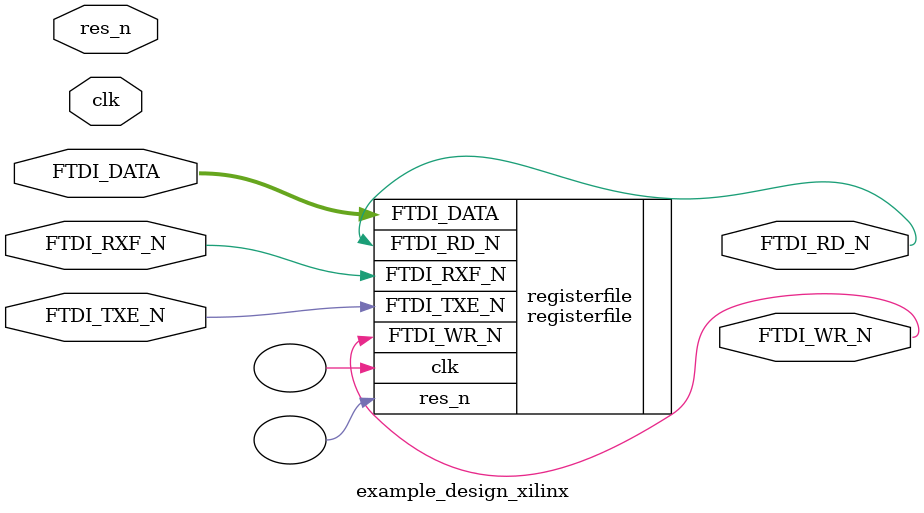
<source format=v>
module example_design_xilinx (
    input wire clk,
    input wire res_n,
    // TX Enable, if low, data can be written
    input wire FTDI_TXE_N,
    // RX Free, if low, data can be read
    input wire FTDI_RXF_N,
    // Read, if low, FTDI outputs data
    output wire FTDI_RD_N,
    // Write, if low, FPGA/ASIC drives data to the bus
    output wire FTDI_WR_N,
    // Data InOut to read or write from FTDI
    inout wire [7:0] FTDI_DATA
);
              // Parametersrs
              //---------------


              // Signaling
              //---------------


              // Assigments
              //---------------




              // Instances
              //---------------
              registerfile registerfile              (
                   .FTDI_TXE_N(FTDI_TXE_N),
                   .FTDI_RXF_N(FTDI_RXF_N),
                   .FTDI_RD_N(FTDI_RD_N),
                   .FTDI_WR_N(FTDI_WR_N),
                   .FTDI_DATA(FTDI_DATA),
                   .clk(),
                   .res_n()
);



              // Logic
              //---------------
              


endmodule

</source>
